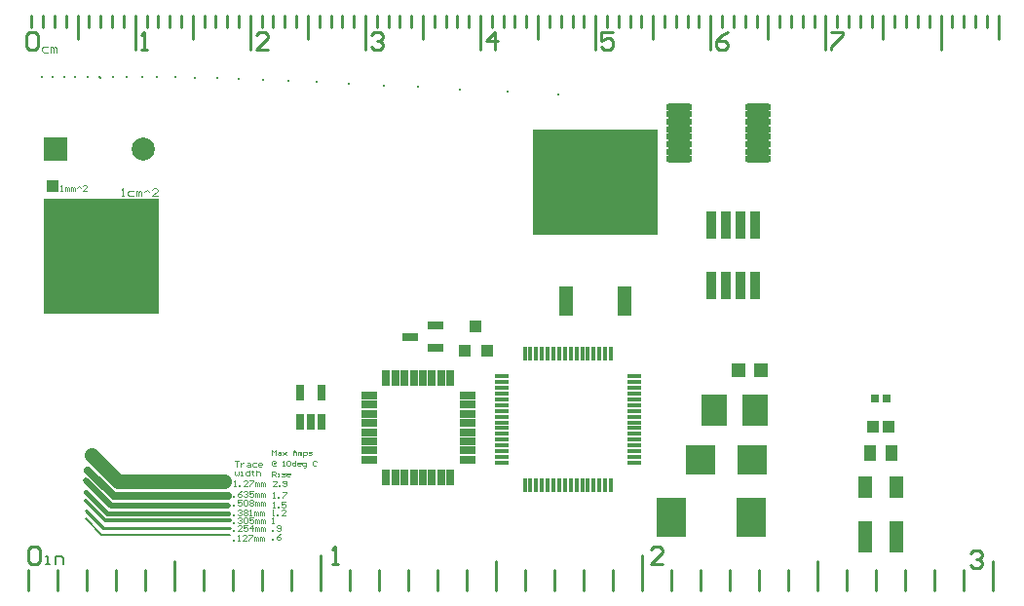
<source format=gts>
G04 Layer_Color=8388736*
%FSLAX24Y24*%
%MOIN*%
G70*
G01*
G75*
%ADD30C,0.0100*%
%ADD31C,0.0500*%
%ADD32C,0.0200*%
%ADD33C,0.0150*%
%ADD35C,0.0050*%
%ADD36C,0.0250*%
%ADD37C,0.0039*%
%ADD38C,0.0049*%
%ADD40R,0.0394X0.0394*%
%ADD55C,0.0120*%
%ADD56C,0.0070*%
%ADD57R,0.3937X0.3937*%
%ADD58R,0.4273X0.3584*%
%ADD59R,0.0493X0.1025*%
%ADD60R,0.0474X0.0474*%
%ADD61R,0.1025X0.1379*%
%ADD62R,0.0867X0.1064*%
%ADD63R,0.0986X0.0986*%
%ADD64R,0.0395X0.0434*%
%ADD65R,0.0280X0.0580*%
%ADD66R,0.0533X0.0316*%
%ADD67R,0.0320X0.0950*%
%ADD68R,0.0474X0.0167*%
%ADD69R,0.0167X0.0474*%
%ADD70R,0.0300X0.0580*%
%ADD71R,0.0580X0.0300*%
%ADD72R,0.0513X0.1104*%
%ADD73R,0.0513X0.0749*%
%ADD74R,0.0395X0.0552*%
%ADD75R,0.0395X0.0434*%
%ADD76R,0.0316X0.0277*%
%ADD77O,0.0907X0.0257*%
%ADD78C,0.0080*%
%ADD79C,0.0789*%
%ADD80R,0.0789X0.0789*%
D30*
X39094Y11800D02*
Y12800D01*
X38094Y11800D02*
Y12500D01*
X37094Y11800D02*
Y12500D01*
X33386Y30276D02*
Y31457D01*
X29449Y30276D02*
Y31457D01*
X9047Y15008D02*
X9102Y14965D01*
X8071Y15157D02*
X8071D01*
X8071Y14843D02*
Y14843D01*
X8661Y13937D02*
X12992D01*
X8071Y14528D02*
X8661Y13937D01*
X28110Y11800D02*
Y12500D01*
X29110Y11800D02*
Y12500D01*
X30110Y11800D02*
Y12500D01*
X31110Y11800D02*
Y12500D01*
X32110Y11800D02*
Y12500D01*
X33110Y11800D02*
Y12800D01*
X34110Y11800D02*
Y12500D01*
X35110Y11800D02*
Y12500D01*
X36110Y11800D02*
Y12500D01*
X37110Y11800D02*
Y12500D01*
X17110Y11800D02*
Y12500D01*
X18110Y11800D02*
Y12500D01*
X19110Y11800D02*
Y12500D01*
X20110Y11800D02*
Y12500D01*
X21110Y11800D02*
Y12500D01*
X22110Y11800D02*
Y12800D01*
X23110Y11800D02*
Y12500D01*
X24110Y11800D02*
Y12500D01*
X25110Y11800D02*
Y12500D01*
X26110Y11800D02*
Y12500D01*
X27110Y11800D02*
Y13000D01*
X16110Y11800D02*
Y13000D01*
X15110Y11800D02*
Y12500D01*
X14110Y11800D02*
Y12500D01*
X13110Y11800D02*
Y12500D01*
X12110Y11800D02*
Y12500D01*
X11110Y11800D02*
Y12800D01*
X10110Y11800D02*
Y12500D01*
X9110Y11800D02*
Y12500D01*
X8110Y11800D02*
Y12500D01*
X7110Y11800D02*
Y12500D01*
X6110Y11800D02*
Y12500D01*
X33780Y31063D02*
Y31457D01*
X34173Y31063D02*
Y31457D01*
X34567Y31063D02*
Y31457D01*
X34961Y31063D02*
Y31457D01*
X35354Y30669D02*
Y31457D01*
X35748Y31063D02*
Y31457D01*
X36142Y31063D02*
Y31457D01*
X36535Y31063D02*
Y31457D01*
X36929Y31063D02*
Y31457D01*
X29843Y31063D02*
Y31457D01*
X30236Y31063D02*
Y31457D01*
X30630Y31063D02*
Y31457D01*
X31024Y31063D02*
Y31457D01*
X31417Y30669D02*
Y31457D01*
X31811Y31063D02*
Y31457D01*
X32205Y31063D02*
Y31457D01*
X32598Y31063D02*
Y31457D01*
X32992Y31063D02*
Y31457D01*
X25906Y31063D02*
Y31457D01*
X26299Y31063D02*
Y31457D01*
X26693Y31063D02*
Y31457D01*
X27087Y31063D02*
Y31457D01*
X27480Y30669D02*
Y31457D01*
X27874Y31063D02*
Y31457D01*
X28268Y31063D02*
Y31457D01*
X28661Y31063D02*
Y31457D01*
X29055Y31063D02*
Y31457D01*
X21969Y31063D02*
Y31457D01*
X22362Y31063D02*
Y31457D01*
X22756Y31063D02*
Y31457D01*
X23150Y31063D02*
Y31457D01*
X23543Y30669D02*
Y31457D01*
X23937Y31063D02*
Y31457D01*
X24331Y31063D02*
Y31457D01*
X24724Y31063D02*
Y31457D01*
X25118Y31063D02*
Y31457D01*
X25512Y30276D02*
Y31457D01*
X18031Y31063D02*
Y31457D01*
X18425Y31063D02*
Y31457D01*
X18819Y31063D02*
Y31457D01*
X19213Y31063D02*
Y31457D01*
X19606Y30669D02*
Y31457D01*
X20000Y31063D02*
Y31457D01*
X20394Y31063D02*
Y31457D01*
X20787Y31063D02*
Y31457D01*
X21181Y31063D02*
Y31457D01*
X21575Y30276D02*
Y31457D01*
X14094Y31063D02*
Y31457D01*
X14488Y31063D02*
Y31457D01*
X14882Y31063D02*
Y31457D01*
X15276Y31063D02*
Y31457D01*
X15669Y30669D02*
Y31457D01*
X16063Y31063D02*
Y31457D01*
X16457Y31063D02*
Y31457D01*
X16850Y31063D02*
Y31457D01*
X17244Y31063D02*
Y31457D01*
X17638Y30276D02*
Y31457D01*
X10157Y31063D02*
Y31457D01*
X10551Y31063D02*
Y31457D01*
X10945Y31063D02*
Y31457D01*
X11339Y31063D02*
Y31457D01*
X11732Y30669D02*
Y31457D01*
X12126Y31063D02*
Y31457D01*
X12520Y31063D02*
Y31457D01*
X12913Y31063D02*
Y31457D01*
X13307Y31063D02*
Y31457D01*
X13701Y30276D02*
Y31457D01*
X9764Y30276D02*
Y31457D01*
X9370Y31063D02*
Y31457D01*
X8976Y31063D02*
Y31457D01*
X8583Y31063D02*
Y31457D01*
X8189Y31063D02*
Y31457D01*
X7795Y30669D02*
Y31457D01*
X7402Y31063D02*
Y31457D01*
X7008Y31063D02*
Y31457D01*
X6614Y31063D02*
Y31457D01*
X6220Y31063D02*
Y31457D01*
X39291Y30669D02*
Y31457D01*
X38898Y31063D02*
Y31457D01*
X38504Y31063D02*
Y31457D01*
X38110Y31063D02*
Y31457D01*
X37717Y31063D02*
Y31457D01*
X37323Y30276D02*
Y31457D01*
X38354Y13043D02*
X38454Y13143D01*
X38654D01*
X38754Y13043D01*
Y12943D01*
X38654Y12843D01*
X38554D01*
X38654D01*
X38754Y12743D01*
Y12643D01*
X38654Y12543D01*
X38454D01*
X38354Y12643D01*
X33583Y30875D02*
X33983D01*
Y30775D01*
X33583Y30376D01*
Y30276D01*
X30046Y30875D02*
X29846Y30775D01*
X29646Y30575D01*
Y30376D01*
X29746Y30276D01*
X29946D01*
X30046Y30376D01*
Y30476D01*
X29946Y30575D01*
X29646D01*
X27809Y12701D02*
X27409D01*
X27809Y13101D01*
Y13201D01*
X27709Y13301D01*
X27509D01*
X27409Y13201D01*
X16512Y12701D02*
X16712D01*
X16612D01*
Y13301D01*
X16512Y13201D01*
X6110D02*
X6210Y13301D01*
X6410D01*
X6510Y13201D01*
Y12801D01*
X6410Y12701D01*
X6210D01*
X6110Y12801D01*
Y13201D01*
X26109Y30875D02*
X25709D01*
Y30575D01*
X25909Y30675D01*
X26009D01*
X26109Y30575D01*
Y30376D01*
X26009Y30276D01*
X25809D01*
X25709Y30376D01*
X22072Y30276D02*
Y30875D01*
X21772Y30575D01*
X22172D01*
X17835Y30775D02*
X17935Y30875D01*
X18135D01*
X18235Y30775D01*
Y30675D01*
X18135Y30575D01*
X18035D01*
X18135D01*
X18235Y30476D01*
Y30376D01*
X18135Y30276D01*
X17935D01*
X17835Y30376D01*
X14298Y30276D02*
X13898D01*
X14298Y30675D01*
Y30775D01*
X14198Y30875D01*
X13998D01*
X13898Y30775D01*
X6024D02*
X6124Y30875D01*
X6324D01*
X6423Y30775D01*
Y30376D01*
X6324Y30276D01*
X6124D01*
X6024Y30376D01*
Y30775D01*
X9961Y30276D02*
X10161D01*
X10061D01*
Y30875D01*
X9961Y30775D01*
D31*
X9185Y15508D02*
X12795D01*
X8281Y16411D02*
X9185Y15508D01*
D32*
X8071Y15551D02*
X8937Y14685D01*
X12953D01*
D33*
X8819Y14409D02*
X12953D01*
X8071Y15157D02*
X8819Y14409D01*
D35*
X12992Y13701D02*
X12992Y13701D01*
X8622Y13701D02*
X12992D01*
X8071Y14252D02*
X8622Y13701D01*
D36*
X9047Y15008D02*
X12953D01*
X8154Y15902D02*
X9047Y15008D01*
D37*
X13177Y16236D02*
X13308D01*
X13243D01*
Y16039D01*
X13374Y16170D02*
Y16039D01*
Y16105D01*
X13407Y16138D01*
X13440Y16170D01*
X13472D01*
X13604D02*
X13669D01*
X13702Y16138D01*
Y16039D01*
X13604D01*
X13571Y16072D01*
X13604Y16105D01*
X13702D01*
X13899Y16170D02*
X13800D01*
X13768Y16138D01*
Y16072D01*
X13800Y16039D01*
X13899D01*
X14063D02*
X13997D01*
X13964Y16072D01*
Y16138D01*
X13997Y16170D01*
X14063D01*
X14095Y16138D01*
Y16105D01*
X13964D01*
X13177Y15840D02*
Y15741D01*
X13210Y15709D01*
X13243Y15741D01*
X13276Y15709D01*
X13308Y15741D01*
Y15840D01*
X13374Y15709D02*
X13440D01*
X13407D01*
Y15840D01*
X13374D01*
X13669Y15905D02*
Y15709D01*
X13571D01*
X13538Y15741D01*
Y15807D01*
X13571Y15840D01*
X13669D01*
X13768Y15873D02*
Y15840D01*
X13735D01*
X13800D01*
X13768D01*
Y15741D01*
X13800Y15709D01*
X13899Y15905D02*
Y15709D01*
Y15807D01*
X13932Y15840D01*
X13997D01*
X14030Y15807D01*
Y15709D01*
X14453Y16418D02*
Y16596D01*
X14512Y16537D01*
X14571Y16596D01*
Y16418D01*
X14659Y16537D02*
X14718D01*
X14748Y16507D01*
Y16418D01*
X14659D01*
X14630Y16448D01*
X14659Y16478D01*
X14748D01*
X14807Y16537D02*
X14925Y16418D01*
X14866Y16478D01*
X14925Y16537D01*
X14807Y16418D01*
X15161D02*
Y16537D01*
X15220Y16596D01*
X15279Y16537D01*
Y16418D01*
Y16507D01*
X15161D01*
X15338Y16418D02*
Y16537D01*
X15368D01*
X15397Y16507D01*
Y16418D01*
Y16507D01*
X15427Y16537D01*
X15456Y16507D01*
Y16418D01*
X15515Y16359D02*
Y16537D01*
X15604D01*
X15633Y16507D01*
Y16448D01*
X15604Y16418D01*
X15515D01*
X15693D02*
X15781D01*
X15811Y16448D01*
X15781Y16478D01*
X15722D01*
X15693Y16507D01*
X15722Y16537D01*
X15811D01*
X14541Y16111D02*
Y16141D01*
X14512D01*
Y16111D01*
X14541D01*
X14571Y16141D01*
Y16200D01*
X14541Y16230D01*
X14482D01*
X14453Y16200D01*
Y16082D01*
X14482Y16052D01*
X14571D01*
X14807D02*
X14866D01*
X14836D01*
Y16230D01*
X14807Y16200D01*
X14955D02*
X14984Y16230D01*
X15043D01*
X15073Y16200D01*
Y16082D01*
X15043Y16052D01*
X14984D01*
X14955Y16082D01*
Y16200D01*
X15250Y16230D02*
Y16052D01*
X15161D01*
X15132Y16082D01*
Y16141D01*
X15161Y16171D01*
X15250D01*
X15397Y16052D02*
X15338D01*
X15309Y16082D01*
Y16141D01*
X15338Y16171D01*
X15397D01*
X15427Y16141D01*
Y16111D01*
X15309D01*
X15545Y15993D02*
X15574D01*
X15604Y16023D01*
Y16171D01*
X15515D01*
X15486Y16141D01*
Y16082D01*
X15515Y16052D01*
X15604D01*
X15958Y16200D02*
X15929Y16230D01*
X15870D01*
X15840Y16200D01*
Y16082D01*
X15870Y16052D01*
X15929D01*
X15958Y16082D01*
X14453Y15686D02*
Y15863D01*
X14541D01*
X14571Y15834D01*
Y15775D01*
X14541Y15745D01*
X14453D01*
X14512D02*
X14571Y15686D01*
X14630D02*
X14689D01*
X14659D01*
Y15804D01*
X14630D01*
X14777Y15686D02*
X14866D01*
X14896Y15716D01*
X14866Y15745D01*
X14807D01*
X14777Y15775D01*
X14807Y15804D01*
X14896D01*
X15043Y15686D02*
X14984D01*
X14955Y15716D01*
Y15775D01*
X14984Y15804D01*
X15043D01*
X15073Y15775D01*
Y15745D01*
X14955D01*
X7205Y25472D02*
X7270D01*
X7238D01*
Y25669D01*
X7205Y25636D01*
X7369Y25472D02*
Y25604D01*
X7402D01*
X7434Y25571D01*
Y25472D01*
Y25571D01*
X7467Y25604D01*
X7500Y25571D01*
Y25472D01*
X7566D02*
Y25604D01*
X7598D01*
X7631Y25571D01*
Y25472D01*
Y25571D01*
X7664Y25604D01*
X7697Y25571D01*
Y25472D01*
X7762Y25571D02*
X7828Y25636D01*
X7893Y25571D01*
X8090Y25472D02*
X7959D01*
X8090Y25604D01*
Y25636D01*
X8057Y25669D01*
X7992D01*
X7959Y25636D01*
X14592Y15343D02*
X14461D01*
X14592Y15474D01*
Y15507D01*
X14559Y15539D01*
X14493D01*
X14461Y15507D01*
X14657Y15343D02*
Y15375D01*
X14690D01*
Y15343D01*
X14657D01*
X14821Y15375D02*
X14854Y15343D01*
X14920D01*
X14953Y15375D01*
Y15507D01*
X14920Y15539D01*
X14854D01*
X14821Y15507D01*
Y15474D01*
X14854Y15441D01*
X14953D01*
X14468Y14972D02*
X14534D01*
X14501D01*
Y15169D01*
X14468Y15136D01*
X14632Y14972D02*
Y15005D01*
X14665D01*
Y14972D01*
X14632D01*
X14796Y15169D02*
X14928D01*
Y15136D01*
X14796Y15005D01*
Y14972D01*
X14461Y14634D02*
X14526D01*
X14493D01*
Y14831D01*
X14461Y14798D01*
X14625Y14634D02*
Y14667D01*
X14657D01*
Y14634D01*
X14625D01*
X14920Y14831D02*
X14789D01*
Y14732D01*
X14854Y14765D01*
X14887D01*
X14920Y14732D01*
Y14667D01*
X14887Y14634D01*
X14821D01*
X14789Y14667D01*
X14457Y14366D02*
X14522D01*
X14489D01*
Y14563D01*
X14457Y14530D01*
X14621Y14366D02*
Y14399D01*
X14653D01*
Y14366D01*
X14621D01*
X14916D02*
X14785D01*
X14916Y14497D01*
Y14530D01*
X14883Y14563D01*
X14817D01*
X14785Y14530D01*
X14453Y14098D02*
X14518D01*
X14486D01*
Y14295D01*
X14453Y14262D01*
Y13839D02*
Y13871D01*
X14486D01*
Y13839D01*
X14453D01*
X14617Y13871D02*
X14650Y13839D01*
X14715D01*
X14748Y13871D01*
Y14003D01*
X14715Y14035D01*
X14650D01*
X14617Y14003D01*
Y13970D01*
X14650Y13937D01*
X14748D01*
X14445Y13520D02*
Y13552D01*
X14478D01*
Y13520D01*
X14445D01*
X14740Y13716D02*
X14674Y13684D01*
X14609Y13618D01*
Y13552D01*
X14642Y13520D01*
X14707D01*
X14740Y13552D01*
Y13585D01*
X14707Y13618D01*
X14609D01*
X13142Y15350D02*
X13207D01*
X13175D01*
Y15547D01*
X13142Y15514D01*
X13306Y15350D02*
Y15383D01*
X13339D01*
Y15350D01*
X13306D01*
X13601D02*
X13470D01*
X13601Y15482D01*
Y15514D01*
X13568Y15547D01*
X13503D01*
X13470Y15514D01*
X13666Y15547D02*
X13798D01*
Y15514D01*
X13666Y15383D01*
Y15350D01*
X13863D02*
Y15482D01*
X13896D01*
X13929Y15449D01*
Y15350D01*
Y15449D01*
X13962Y15482D01*
X13994Y15449D01*
Y15350D01*
X14060D02*
Y15482D01*
X14093D01*
X14126Y15449D01*
Y15350D01*
Y15449D01*
X14158Y15482D01*
X14191Y15449D01*
Y15350D01*
X13110Y15000D02*
Y15033D01*
X13143D01*
Y15000D01*
X13110D01*
X13405Y15197D02*
X13340Y15164D01*
X13274Y15098D01*
Y15033D01*
X13307Y15000D01*
X13373D01*
X13405Y15033D01*
Y15066D01*
X13373Y15098D01*
X13274D01*
X13471Y15164D02*
X13504Y15197D01*
X13569D01*
X13602Y15164D01*
Y15131D01*
X13569Y15098D01*
X13537D01*
X13569D01*
X13602Y15066D01*
Y15033D01*
X13569Y15000D01*
X13504D01*
X13471Y15033D01*
X13799Y15197D02*
X13668D01*
Y15098D01*
X13733Y15131D01*
X13766D01*
X13799Y15098D01*
Y15033D01*
X13766Y15000D01*
X13701D01*
X13668Y15033D01*
X13865Y15000D02*
Y15131D01*
X13897D01*
X13930Y15098D01*
Y15000D01*
Y15098D01*
X13963Y15131D01*
X13996Y15098D01*
Y15000D01*
X14061D02*
Y15131D01*
X14094D01*
X14127Y15098D01*
Y15000D01*
Y15098D01*
X14160Y15131D01*
X14193Y15098D01*
Y15000D01*
X13110Y14685D02*
Y14718D01*
X13143D01*
Y14685D01*
X13110D01*
X13405Y14882D02*
X13274D01*
Y14783D01*
X13340Y14816D01*
X13373D01*
X13405Y14783D01*
Y14718D01*
X13373Y14685D01*
X13307D01*
X13274Y14718D01*
X13471Y14849D02*
X13504Y14882D01*
X13569D01*
X13602Y14849D01*
Y14718D01*
X13569Y14685D01*
X13504D01*
X13471Y14718D01*
Y14849D01*
X13668D02*
X13701Y14882D01*
X13766D01*
X13799Y14849D01*
Y14816D01*
X13766Y14783D01*
X13799Y14751D01*
Y14718D01*
X13766Y14685D01*
X13701D01*
X13668Y14718D01*
Y14751D01*
X13701Y14783D01*
X13668Y14816D01*
Y14849D01*
X13701Y14783D02*
X13766D01*
X13865Y14685D02*
Y14816D01*
X13897D01*
X13930Y14783D01*
Y14685D01*
Y14783D01*
X13963Y14816D01*
X13996Y14783D01*
Y14685D01*
X14061D02*
Y14816D01*
X14094D01*
X14127Y14783D01*
Y14685D01*
Y14783D01*
X14160Y14816D01*
X14193Y14783D01*
Y14685D01*
X13110Y14370D02*
Y14403D01*
X13143D01*
Y14370D01*
X13110D01*
X13274Y14534D02*
X13307Y14567D01*
X13373D01*
X13405Y14534D01*
Y14501D01*
X13373Y14468D01*
X13340D01*
X13373D01*
X13405Y14436D01*
Y14403D01*
X13373Y14370D01*
X13307D01*
X13274Y14403D01*
X13471Y14534D02*
X13504Y14567D01*
X13569D01*
X13602Y14534D01*
Y14501D01*
X13569Y14468D01*
X13602Y14436D01*
Y14403D01*
X13569Y14370D01*
X13504D01*
X13471Y14403D01*
Y14436D01*
X13504Y14468D01*
X13471Y14501D01*
Y14534D01*
X13504Y14468D02*
X13569D01*
X13668Y14370D02*
X13733D01*
X13701D01*
Y14567D01*
X13668Y14534D01*
X13832Y14370D02*
Y14501D01*
X13865D01*
X13897Y14468D01*
Y14370D01*
Y14468D01*
X13930Y14501D01*
X13963Y14468D01*
Y14370D01*
X14029D02*
Y14501D01*
X14061D01*
X14094Y14468D01*
Y14370D01*
Y14468D01*
X14127Y14501D01*
X14160Y14468D01*
Y14370D01*
X13110Y14094D02*
Y14127D01*
X13143D01*
Y14094D01*
X13110D01*
X13274Y14258D02*
X13307Y14291D01*
X13373D01*
X13405Y14258D01*
Y14226D01*
X13373Y14193D01*
X13340D01*
X13373D01*
X13405Y14160D01*
Y14127D01*
X13373Y14094D01*
X13307D01*
X13274Y14127D01*
X13471Y14258D02*
X13504Y14291D01*
X13569D01*
X13602Y14258D01*
Y14127D01*
X13569Y14094D01*
X13504D01*
X13471Y14127D01*
Y14258D01*
X13799Y14291D02*
X13668D01*
Y14193D01*
X13733Y14226D01*
X13766D01*
X13799Y14193D01*
Y14127D01*
X13766Y14094D01*
X13701D01*
X13668Y14127D01*
X13865Y14094D02*
Y14226D01*
X13897D01*
X13930Y14193D01*
Y14094D01*
Y14193D01*
X13963Y14226D01*
X13996Y14193D01*
Y14094D01*
X14061D02*
Y14226D01*
X14094D01*
X14127Y14193D01*
Y14094D01*
Y14193D01*
X14160Y14226D01*
X14193Y14193D01*
Y14094D01*
X13110Y13819D02*
Y13852D01*
X13143D01*
Y13819D01*
X13110D01*
X13405D02*
X13274D01*
X13405Y13950D01*
Y13983D01*
X13373Y14016D01*
X13307D01*
X13274Y13983D01*
X13602Y14016D02*
X13471D01*
Y13917D01*
X13537Y13950D01*
X13569D01*
X13602Y13917D01*
Y13852D01*
X13569Y13819D01*
X13504D01*
X13471Y13852D01*
X13766Y13819D02*
Y14016D01*
X13668Y13917D01*
X13799D01*
X13865Y13819D02*
Y13950D01*
X13897D01*
X13930Y13917D01*
Y13819D01*
Y13917D01*
X13963Y13950D01*
X13996Y13917D01*
Y13819D01*
X14061D02*
Y13950D01*
X14094D01*
X14127Y13917D01*
Y13819D01*
Y13917D01*
X14160Y13950D01*
X14193Y13917D01*
Y13819D01*
X13110Y13504D02*
Y13537D01*
X13143D01*
Y13504D01*
X13110D01*
X13274D02*
X13340D01*
X13307D01*
Y13701D01*
X13274Y13668D01*
X13569Y13504D02*
X13438D01*
X13569Y13635D01*
Y13668D01*
X13537Y13701D01*
X13471D01*
X13438Y13668D01*
X13635Y13701D02*
X13766D01*
Y13668D01*
X13635Y13537D01*
Y13504D01*
X13832D02*
Y13635D01*
X13865D01*
X13897Y13602D01*
Y13504D01*
Y13602D01*
X13930Y13635D01*
X13963Y13602D01*
Y13504D01*
X14029D02*
Y13635D01*
X14061D01*
X14094Y13602D01*
Y13504D01*
Y13602D01*
X14127Y13635D01*
X14160Y13602D01*
Y13504D01*
D38*
X9291Y25276D02*
X9383D01*
X9337D01*
Y25551D01*
X9291Y25505D01*
X9705Y25459D02*
X9567D01*
X9521Y25413D01*
Y25322D01*
X9567Y25276D01*
X9705D01*
X9796D02*
Y25459D01*
X9842D01*
X9888Y25413D01*
Y25276D01*
Y25413D01*
X9934Y25459D01*
X9980Y25413D01*
Y25276D01*
X10072Y25413D02*
X10164Y25505D01*
X10256Y25413D01*
X10531Y25276D02*
X10347D01*
X10531Y25459D01*
Y25505D01*
X10485Y25551D01*
X10393D01*
X10347Y25505D01*
X6772Y30394D02*
X6624D01*
X6575Y30344D01*
Y30246D01*
X6624Y30197D01*
X6772D01*
X6870D02*
Y30394D01*
X6919D01*
X6968Y30344D01*
Y30197D01*
Y30344D01*
X7018Y30394D01*
X7067Y30344D01*
Y30197D01*
D40*
X6929Y25630D02*
D03*
D55*
X8740Y14173D02*
X12992D01*
X8071Y14843D02*
X8740Y14173D01*
D56*
X6705Y12701D02*
X6836D01*
X6770D01*
Y12963D01*
X6705D01*
X7033Y12701D02*
Y12963D01*
X7229D01*
X7295Y12898D01*
Y12701D01*
D57*
X8622Y23228D02*
D03*
D58*
X25512Y25768D02*
D03*
D59*
X26512Y21693D02*
D03*
X24512D02*
D03*
D60*
X30394Y19331D02*
D03*
X31181D02*
D03*
D61*
X30856Y14291D02*
D03*
X28120D02*
D03*
D62*
X29587Y17953D02*
D03*
X30984D02*
D03*
D63*
X29114Y16260D02*
D03*
X30886D02*
D03*
D64*
X21043Y20000D02*
D03*
X21791D02*
D03*
X21417Y20827D02*
D03*
D65*
X16142Y18543D02*
D03*
X15392Y17543D02*
D03*
X16142D02*
D03*
X15762Y17543D02*
D03*
X15392Y18543D02*
D03*
D66*
X19163Y20472D02*
D03*
X20049Y20846D02*
D03*
Y20098D02*
D03*
D67*
X29486Y24298D02*
D03*
X29986D02*
D03*
X30486D02*
D03*
X30986D02*
D03*
Y22238D02*
D03*
X30486D02*
D03*
X29986D02*
D03*
X29486D02*
D03*
D68*
X22303Y17342D02*
D03*
Y16949D02*
D03*
Y16555D02*
D03*
Y16161D02*
D03*
Y16358D02*
D03*
Y16752D02*
D03*
Y17146D02*
D03*
Y19114D02*
D03*
Y18721D02*
D03*
Y18327D02*
D03*
Y17933D02*
D03*
Y18917D02*
D03*
Y18524D02*
D03*
Y18130D02*
D03*
Y17539D02*
D03*
Y17736D02*
D03*
X26831Y17933D02*
D03*
Y18327D02*
D03*
Y18721D02*
D03*
Y19114D02*
D03*
Y18917D02*
D03*
Y18524D02*
D03*
Y18130D02*
D03*
Y16161D02*
D03*
Y16555D02*
D03*
Y16949D02*
D03*
Y17342D02*
D03*
Y16358D02*
D03*
Y16752D02*
D03*
Y17146D02*
D03*
Y17736D02*
D03*
Y17539D02*
D03*
D69*
X24272Y19902D02*
D03*
X23878D02*
D03*
X23484D02*
D03*
X23091D02*
D03*
X23287D02*
D03*
X23681D02*
D03*
X24075D02*
D03*
X26043D02*
D03*
X25650D02*
D03*
X25256D02*
D03*
X24862D02*
D03*
X25846D02*
D03*
X25453D02*
D03*
X25059D02*
D03*
X24469D02*
D03*
X24665D02*
D03*
X24862Y15374D02*
D03*
X25256D02*
D03*
X25650D02*
D03*
X26043D02*
D03*
X25846D02*
D03*
X25453D02*
D03*
X25059D02*
D03*
X23091D02*
D03*
X23484D02*
D03*
X23878D02*
D03*
X24272D02*
D03*
X23287D02*
D03*
X23681D02*
D03*
X24075D02*
D03*
X24665D02*
D03*
X24469D02*
D03*
D70*
X18346Y19052D02*
D03*
X18661D02*
D03*
X18976D02*
D03*
X19291D02*
D03*
X19606D02*
D03*
X19921D02*
D03*
X20236D02*
D03*
X20551D02*
D03*
Y15672D02*
D03*
X20236D02*
D03*
X19921D02*
D03*
X19606D02*
D03*
X19291D02*
D03*
X18976D02*
D03*
X18661D02*
D03*
X18346D02*
D03*
D71*
X21139Y18465D02*
D03*
Y18150D02*
D03*
Y17835D02*
D03*
Y17520D02*
D03*
Y17205D02*
D03*
Y16890D02*
D03*
Y16575D02*
D03*
Y16260D02*
D03*
X17759D02*
D03*
Y16575D02*
D03*
Y16890D02*
D03*
Y17205D02*
D03*
Y17520D02*
D03*
Y17835D02*
D03*
Y18150D02*
D03*
Y18465D02*
D03*
D72*
X35807Y13638D02*
D03*
X34744D02*
D03*
D73*
X35807Y15315D02*
D03*
X34744D02*
D03*
D74*
X34921Y16496D02*
D03*
X35630D02*
D03*
D75*
X35551Y17402D02*
D03*
X35000D02*
D03*
D76*
X35079Y18346D02*
D03*
X35472D02*
D03*
D77*
X28366Y28337D02*
D03*
Y28081D02*
D03*
Y27825D02*
D03*
Y27569D02*
D03*
Y27313D02*
D03*
Y27057D02*
D03*
Y26801D02*
D03*
Y26545D02*
D03*
X31083Y28337D02*
D03*
Y28081D02*
D03*
Y27825D02*
D03*
Y27569D02*
D03*
Y27313D02*
D03*
Y27057D02*
D03*
Y26801D02*
D03*
Y26545D02*
D03*
D78*
X8583Y29331D02*
D03*
X6575Y29370D02*
D03*
X6929D02*
D03*
X7323D02*
D03*
X7717D02*
D03*
X8150D02*
D03*
X8543D02*
D03*
X9016D02*
D03*
X9488D02*
D03*
X10000D02*
D03*
X10512D02*
D03*
X11142D02*
D03*
X11811Y29331D02*
D03*
X12559D02*
D03*
X13307Y29291D02*
D03*
X14134Y29252D02*
D03*
X15000Y29213D02*
D03*
X15984Y29173D02*
D03*
X17087Y29134D02*
D03*
X18268Y29055D02*
D03*
X19449Y29016D02*
D03*
X20866Y28937D02*
D03*
X22520Y28858D02*
D03*
X24252Y28740D02*
D03*
D79*
X10043Y26890D02*
D03*
D80*
X7043D02*
D03*
M02*

</source>
